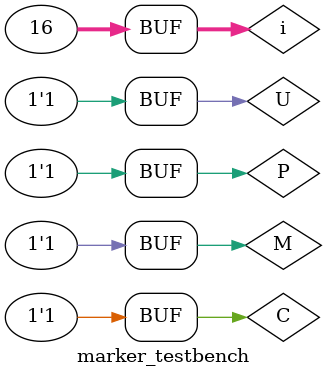
<source format=sv>

module marker(U, P, C, M, d, s);
	input logic U, P, C, M;
	output logic d, s;
	
	assign d = P | (U & C);
	assign s = (~P & ~C & ~M) | (U & ~P & ~M);
	
endmodule

module marker_testbench();

	logic U, P, C, M, d, s;
	
	marker dut(U, P, C, M, d, s);
	
	integer i;
	initial begin
	
		for(i = 0; i < 2**4; i++) begin
			{U, P, C, M} = i; #10;
		end
	end
	
endmodule

</source>
